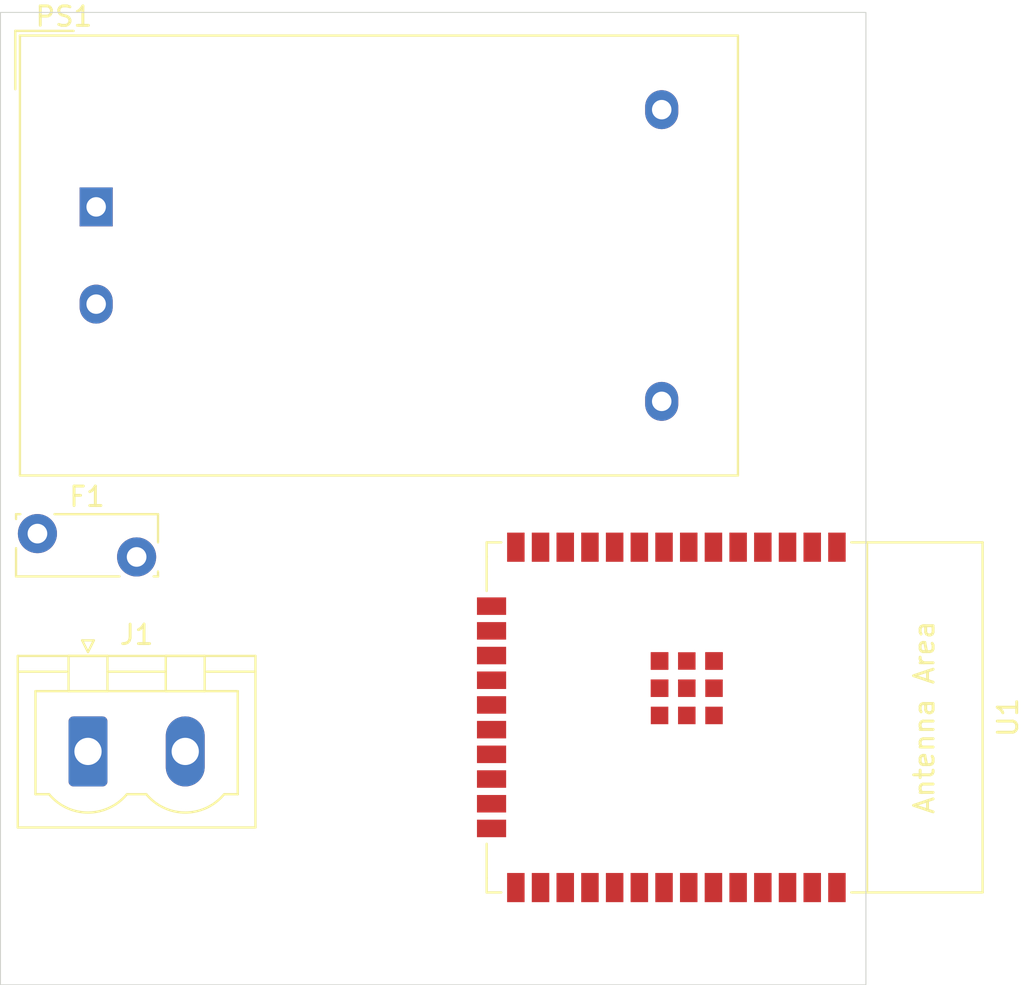
<source format=kicad_pcb>
(kicad_pcb (version 20240108) (generator "pcbnew") (generator_version "8.0")
  (layers (0 "F.Cu" signal) (31 "B.Cu" signal) (34 "B.Paste" user) (35 "F.Paste" user) (36 "B.SilkS" user "B.Silkscreen") (37 "F.SilkS" user "F.Silkscreen") (38 "B.Mask" user) (39 "F.Mask" user) (44 "Edge.Cuts" user))
  (net 0 "")
  (net 1 "Net-(J1-Pin_2)")
  (net 2 "Net-(PS1-AC{slash}L)")
  (net 4 "GND")
  (footprint "Converter_ACDC:Converter_ACDC_Hi-Link_HLK-PMxx" (layer "F.Cu") (at 105.42 60)
    (property "Reference" "PS1" (at -1.66 -9.79 0) (layer "F.SilkS"))
    (property "Value" "HLK-PM01")
    (fp_line (start -4.16 -9.05) (end -1.16 -9.05) (stroke (width 0.12)) (layer "F.SilkS"))
    (fp_line (start -4.16 -6.05) (end -4.16 -9.05) (stroke (width 0.12)) (layer "F.SilkS"))
    (fp_line (start -3.92 -8.81) (end -3.92 13.81) (stroke (width 0.12)) (layer "F.SilkS"))
    (fp_line (start -3.92 -8.81) (end 33 -8.81) (stroke (width 0.12)) (layer "F.SilkS"))
    (fp_line (start -3.92 13.81) (end 33 13.81) (stroke (width 0.12)) (layer "F.SilkS"))
    (fp_line (start 33 -8.81) (end 33 13.81) (stroke (width 0.12)) (layer "F.SilkS"))
    (pad "1" thru_hole rect (at 0 0) (size 1.7 2) (drill 1) (layers "*.Cu" "*.Mask") (net 2 "Net-(PS1-AC{slash}L)"))
    (pad "2" thru_hole oval (at 0 5) (size 1.7 2) (drill 1) (layers "*.Cu" "*.Mask"))
    (pad "3" thru_hole oval (at 29.08 -5) (size 1.7 2) (drill 1) (layers "*.Cu" "*.Mask") (net 4 "GND"))
    (pad "4" thru_hole oval (at 29.08 10) (size 1.7 2) (drill 1) (layers "*.Cu" "*.Mask"))
  )
  (footprint "PCM_Espressif:ESP32-WROOM-32E" (layer "F.Cu") (at 136.5 86.25 -90)
    (property "Reference" "U1" (at 0 -15.8 90) (layer "F.SilkS"))
    (property "Value" "ESP32-WROOM-E")
    (fp_line (start -9 11) (end -8.25 11) (stroke (width 0.12)) (layer "F.SilkS"))
    (fp_line (start -8.25 11) (end -6.5 11) (stroke (width 0.12)) (layer "F.SilkS"))
    (fp_line (start 8.25 11) (end 6.5 11) (stroke (width 0.12)) (layer "F.SilkS"))
    (fp_line (start 9 11) (end 8.25 11) (stroke (width 0.12)) (layer "F.SilkS"))
    (fp_line (start -9 10.25) (end -9 11) (stroke (width 0.12)) (layer "F.SilkS"))
    (fp_line (start 9 10.25) (end 9 11) (stroke (width 0.12)) (layer "F.SilkS"))
    (fp_line (start 9 -8.56) (end -9 -8.56) (stroke (width 0.12)) (layer "F.SilkS"))
    (fp_line (start -9 -14.5) (end -9 -7.75) (stroke (width 0.12)) (layer "F.SilkS"))
    (fp_line (start -9 -14.5) (end 9 -14.5) (stroke (width 0.12)) (layer "F.SilkS"))
    (fp_line (start 9 -14.5) (end 9 -7.75) (stroke (width 0.12)) (layer "F.SilkS"))
    (fp_text user "Antenna Area" (at 0 -11.5 90) (layer "F.SilkS"))
    (pad "1" smd rect (at -8.75 -7.01 270) (size 1.5 0.9) (layers "F.Cu" "F.Paste" "F.Mask") (net 4 "GND"))
    (pad "2" smd rect (at -8.75 -5.74 270) (size 1.5 0.9) (layers "F.Cu" "F.Paste" "F.Mask"))
    (pad "3" smd rect (at -8.75 -4.47 270) (size 1.5 0.9) (layers "F.Cu" "F.Paste" "F.Mask"))
    (pad "4" smd rect (at -8.75 -3.2 270) (size 1.5 0.9) (layers "F.Cu" "F.Paste" "F.Mask"))
    (pad "5" smd rect (at -8.75 -1.93 270) (size 1.5 0.9) (layers "F.Cu" "F.Paste" "F.Mask"))
    (pad "6" smd rect (at -8.75 -0.66 270) (size 1.5 0.9) (layers "F.Cu" "F.Paste" "F.Mask"))
    (pad "7" smd rect (at -8.75 0.61 270) (size 1.5 0.9) (layers "F.Cu" "F.Paste" "F.Mask"))
    (pad "8" smd rect (at -8.75 1.88 270) (size 1.5 0.9) (layers "F.Cu" "F.Paste" "F.Mask"))
    (pad "9" smd rect (at -8.75 3.15 270) (size 1.5 0.9) (layers "F.Cu" "F.Paste" "F.Mask"))
    (pad "10" smd rect (at -8.75 4.42 270) (size 1.5 0.9) (layers "F.Cu" "F.Paste" "F.Mask"))
    (pad "11" smd rect (at -8.75 5.69 270) (size 1.5 0.9) (layers "F.Cu" "F.Paste" "F.Mask"))
    (pad "12" smd rect (at -8.75 6.96 270) (size 1.5 0.9) (layers "F.Cu" "F.Paste" "F.Mask"))
    (pad "13" smd rect (at -8.75 8.23 270) (size 1.5 0.9) (layers "F.Cu" "F.Paste" "F.Mask"))
    (pad "14" smd rect (at -8.75 9.5 270) (size 1.5 0.9) (layers "F.Cu" "F.Paste" "F.Mask"))
    (pad "15" smd rect (at -5.72 10.75) (size 1.5 0.9) (layers "F.Cu" "F.Paste" "F.Mask") (net 4 "GND"))
    (pad "16" smd rect (at -4.45 10.75) (size 1.5 0.9) (layers "F.Cu" "F.Paste" "F.Mask"))
    (pad "17" smd rect (at -3.18 10.75) (size 1.5 0.9) (layers "F.Cu" "F.Paste" "F.Mask"))
    (pad "18" smd rect (at -1.91 10.75) (size 1.5 0.9) (layers "F.Cu" "F.Paste" "F.Mask"))
    (pad "19" smd rect (at -0.64 10.75) (size 1.5 0.9) (layers "F.Cu" "F.Paste" "F.Mask"))
    (pad "20" smd rect (at 0.63 10.75) (size 1.5 0.9) (layers "F.Cu" "F.Paste" "F.Mask"))
    (pad "21" smd rect (at 1.9 10.75) (size 1.5 0.9) (layers "F.Cu" "F.Paste" "F.Mask"))
    (pad "22" smd rect (at 3.17 10.75) (size 1.5 0.9) (layers "F.Cu" "F.Paste" "F.Mask"))
    (pad "23" smd rect (at 4.44 10.75) (size 1.5 0.9) (layers "F.Cu" "F.Paste" "F.Mask"))
    (pad "24" smd rect (at 5.71 10.75) (size 1.5 0.9) (layers "F.Cu" "F.Paste" "F.Mask"))
    (pad "25" smd rect (at 8.75 9.5 90) (size 1.5 0.9) (layers "F.Cu" "F.Paste" "F.Mask"))
    (pad "26" smd rect (at 8.75 8.23 90) (size 1.5 0.9) (layers "F.Cu" "F.Paste" "F.Mask"))
    (pad "27" smd rect (at 8.75 6.96 90) (size 1.5 0.9) (layers "F.Cu" "F.Paste" "F.Mask"))
    (pad "28" smd rect (at 8.75 5.69 90) (size 1.5 0.9) (layers "F.Cu" "F.Paste" "F.Mask"))
    (pad "29" smd rect (at 8.75 4.42 90) (size 1.5 0.9) (layers "F.Cu" "F.Paste" "F.Mask"))
    (pad "30" smd rect (at 8.75 3.15 90) (size 1.5 0.9) (layers "F.Cu" "F.Paste" "F.Mask"))
    (pad "31" smd rect (at 8.75 1.88 90) (size 1.5 0.9) (layers "F.Cu" "F.Paste" "F.Mask"))
    (pad "32" smd rect (at 8.75 0.61 90) (size 1.5 0.9) (layers "F.Cu" "F.Paste" "F.Mask"))
    (pad "33" smd rect (at 8.75 -0.66 90) (size 1.5 0.9) (layers "F.Cu" "F.Paste" "F.Mask"))
    (pad "34" smd rect (at 8.75 -1.93 90) (size 1.5 0.9) (layers "F.Cu" "F.Paste" "F.Mask"))
    (pad "35" smd rect (at 8.75 -3.2 90) (size 1.5 0.9) (layers "F.Cu" "F.Paste" "F.Mask"))
    (pad "36" smd rect (at 8.75 -4.47 90) (size 1.5 0.9) (layers "F.Cu" "F.Paste" "F.Mask"))
    (pad "37" smd rect (at 8.75 -5.74 90) (size 1.5 0.9) (layers "F.Cu" "F.Paste" "F.Mask"))
    (pad "38" smd rect (at 8.75 -7.01 90) (size 1.5 0.9) (layers "F.Cu" "F.Paste" "F.Mask") (net 4 "GND"))
    (pad "39" smd rect (at -2.9 -0.69 90) (size 0.9 0.9) (layers "F.Cu" "F.Paste" "F.Mask"))
    (pad "39" smd rect (at -2.9 -0.69 90) (size 0.9 0.9) (layers "F.Cu" "F.Paste" "F.Mask"))
    (pad "39" smd rect (at -2.9 0.71 90) (size 0.9 0.9) (layers "F.Cu" "F.Paste" "F.Mask"))
    (pad "39" smd rect (at -2.9 2.11 90) (size 0.9 0.9) (layers "F.Cu" "F.Paste" "F.Mask"))
    (pad "39" smd rect (at -2.9 2.11 90) (size 0.9 0.9) (layers "F.Cu" "F.Paste" "F.Mask"))
    (pad "39" smd rect (at -1.5 -0.69 90) (size 0.9 0.9) (layers "F.Cu" "F.Paste" "F.Mask"))
    (pad "39" smd rect (at -1.5 0.71 90) (size 0.9 0.9) (layers "F.Cu" "F.Paste" "F.Mask"))
    (pad "39" smd rect (at -1.5 2.11 90) (size 0.9 0.9) (layers "F.Cu" "F.Paste" "F.Mask"))
    (pad "39" smd rect (at -1.5 2.11 90) (size 0.9 0.9) (layers "F.Cu" "F.Paste" "F.Mask"))
    (pad "39" smd rect (at -0.1 -0.69 90) (size 0.9 0.9) (layers "F.Cu" "F.Paste" "F.Mask"))
    (pad "39" smd rect (at -0.1 0.71 90) (size 0.9 0.9) (layers "F.Cu" "F.Paste" "F.Mask"))
    (pad "39" smd rect (at -0.1 2.11 90) (size 0.9 0.9) (layers "F.Cu" "F.Paste" "F.Mask"))
  )
  (footprint "Fuse:Fuse_Bourns_MF-RG300" (layer "F.Cu") (at 102.4 76.8)
    (property "Reference" "F1" (at 2.55 -1.9 0) (layer "F.SilkS"))
    (property "Value" "Fuse")
    (fp_line (start -1.1 -1) (end -1.1 -0.75) (stroke (width 0.12)) (layer "F.SilkS"))
    (fp_line (start -1.1 -1) (end -0.879 -1) (stroke (width 0.12)) (layer "F.SilkS"))
    (fp_line (start -1.1 0.75) (end -1.1 2.2) (stroke (width 0.12)) (layer "F.SilkS"))
    (fp_line (start -1.1 2.2) (end 4.222 2.2) (stroke (width 0.12)) (layer "F.SilkS"))
    (fp_line (start 0.879 -1) (end 6.2 -1) (stroke (width 0.12)) (layer "F.SilkS"))
    (fp_line (start 5.979 2.2) (end 6.2 2.2) (stroke (width 0.12)) (layer "F.SilkS"))
    (fp_line (start 6.2 -1) (end 6.2 0.451) (stroke (width 0.12)) (layer "F.SilkS"))
    (fp_line (start 6.2 1.95) (end 6.2 2.2) (stroke (width 0.12)) (layer "F.SilkS"))
    (pad "1" thru_hole circle (at 0 0) (size 2.01 2.01) (drill 1.01) (layers "*.Cu" "*.Mask") (net 1 "Net-(J1-Pin_2)"))
    (pad "2" thru_hole circle (at 5.1 1.2) (size 2.01 2.01) (drill 1.01) (layers "*.Cu" "*.Mask") (net 2 "Net-(PS1-AC{slash}L)"))
  )
  (footprint "Connector_Phoenix_MSTB:PhoenixContact_MSTBVA_2,5_2-G_1x02_P5.00mm_Vertical" (layer "F.Cu") (at 105 88)
    (property "Reference" "J1" (at 2.5 -6 0) (layer "F.SilkS"))
    (property "Value" "Conn_01x02")
    (fp_line (start -3.61 -4.91) (end -3.61 3.91) (stroke (width 0.12)) (layer "F.SilkS"))
    (fp_line (start -3.61 -4.1) (end -1.11 -4.1) (stroke (width 0.12)) (layer "F.SilkS"))
    (fp_line (start -3.61 3.91) (end 8.61 3.91) (stroke (width 0.12)) (layer "F.SilkS"))
    (fp_line (start -2.7 -3.1) (end 7.7 -3.1) (stroke (width 0.12)) (layer "F.SilkS"))
    (fp_line (start -2.7 2.2) (end -2.7 -3.1) (stroke (width 0.12)) (layer "F.SilkS"))
    (fp_line (start -2 2.2) (end -2.7 2.2) (stroke (width 0.12)) (layer "F.SilkS"))
    (fp_line (start -1 -4.91) (end 1 -4.91) (stroke (width 0.12)) (layer "F.SilkS"))
    (fp_line (start -1 -3.1) (end -1 -4.91) (stroke (width 0.12)) (layer "F.SilkS"))
    (fp_line (start -0.3 -5.71) (end 0.3 -5.71) (stroke (width 0.12)) (layer "F.SilkS"))
    (fp_line (start 0 -5.11) (end -0.3 -5.71) (stroke (width 0.12)) (layer "F.SilkS"))
    (fp_line (start 0.3 -5.71) (end 0 -5.11) (stroke (width 0.12)) (layer "F.SilkS"))
    (fp_line (start 1 -4.91) (end 1 -3.1) (stroke (width 0.12)) (layer "F.SilkS"))
    (fp_line (start 1 -4.1) (end 4 -4.1) (stroke (width 0.12)) (layer "F.SilkS"))
    (fp_line (start 1 -3.1) (end -1 -3.1) (stroke (width 0.12)) (layer "F.SilkS"))
    (fp_line (start 2 2.2) (end 3 2.2) (stroke (width 0.12)) (layer "F.SilkS"))
    (fp_line (start 4 -4.91) (end 6 -4.91) (stroke (width 0.12)) (layer "F.SilkS"))
    (fp_line (start 4 -3.1) (end 4 -4.91) (stroke (width 0.12)) (layer "F.SilkS"))
    (fp_line (start 6 -4.91) (end 6 -3.1) (stroke (width 0.12)) (layer "F.SilkS"))
    (fp_line (start 6 -3.1) (end 4 -3.1) (stroke (width 0.12)) (layer "F.SilkS"))
    (fp_line (start 7.7 -3.1) (end 7.7 2.2) (stroke (width 0.12)) (layer "F.SilkS"))
    (fp_line (start 7.7 2.2) (end 7 2.2) (stroke (width 0.12)) (layer "F.SilkS"))
    (fp_line (start 8.61 -4.91) (end -3.61 -4.91) (stroke (width 0.12)) (layer "F.SilkS"))
    (fp_line (start 8.61 -4.1) (end 6.11 -4.1) (stroke (width 0.12)) (layer "F.SilkS"))
    (fp_line (start 8.61 3.91) (end 8.61 -4.91) (stroke (width 0.12)) (layer "F.SilkS"))
    (fp_arc (start 1.986842 2.215821) (mid -0.010289 3.142758) (end -2 2.2) (stroke (width 0.12)) (layer "F.SilkS"))
    (fp_arc (start 6.986842 2.215821) (mid 4.989711 3.142758) (end 3 2.2) (stroke (width 0.12)) (layer "F.SilkS"))
    (pad "1" thru_hole roundrect (at 0 0) (size 2 3.6) (drill 1.4) (layers "*.Cu" "*.Mask") (roundrect_rratio 0.125))
    (pad "2" thru_hole oval (at 5 0) (size 2 3.6) (drill 1.4) (layers "*.Cu" "*.Mask") (net 1 "Net-(J1-Pin_2)"))
  )
  (gr_rect (start 100.5 50) (end 145 100) (stroke (width 0.05)) (fill none) (layer "Edge.Cuts"))
)
</source>
